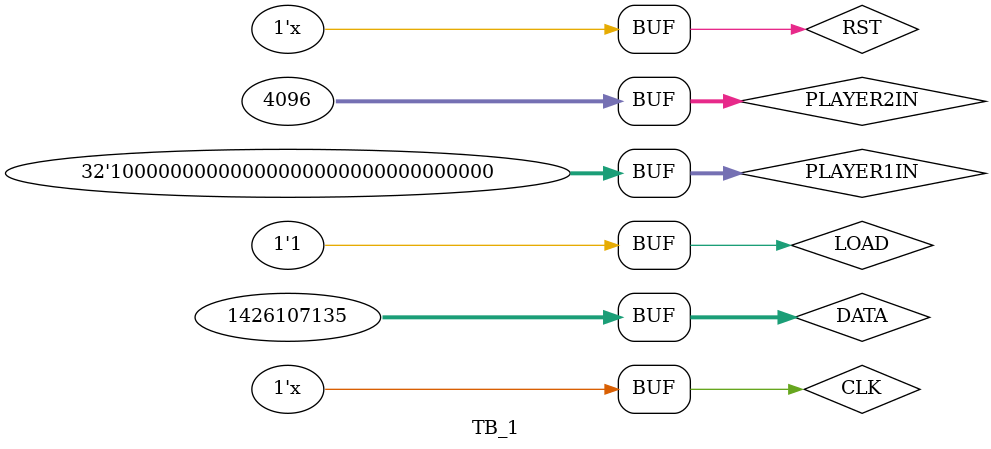
<source format=v>
`timescale 1ns / 1ps


module TB_1();
reg CLK, LOAD, RST;
reg [31:0] DATA, PLAYER1IN, PLAYER2IN;
wire [4:0] B5IN;
wire [31:0] OUT, LFSRHOT, 
PLAYER1OUT, PLAYER2OUT;
wire TOG, HIT;



LFSR_32BIT LFSR (.CLK(CLK),.LOAD(LOAD),.RST(RST),.DATA(DATA),.OUT(OUT),.B5IN(B5IN));
BIT5_FROM_LFSR HOTCONVERTER (.B5IN(B5IN), .HOTFROMLFSR(LFSRHOT));
PLAYER PLAYER1(.intake(PLAYER1IN),.PLAYEROUT(PLAYER1OUT));
PLAYER PLAYER2(.intake(PLAYER2IN),.PLAYEROUT(PLAYER2OUT));
PLAYER_TOGGLE TOGGLE(.RST(RST),.TOG(TOG));

GOOD_COMPARE GCOMPARE(.HOTFROMLFSR(LFSRHOT), .PLAYER1IN(PLAYER1OUT), 
.PLAYER2IN(PLAYER1OUT), .TOG(TOG), .HIT(HIT));

always #5 CLK = ~CLK;
always #80 RST = ~RST;
initial begin 
CLK = 1'b0;
RST = 1'b0;
LOAD = 1'b1;
DATA = 32'h5500aaff;
PLAYER1IN = 32'h80000000;
PLAYER2IN = 32'h00001000;
end

endmodule

</source>
